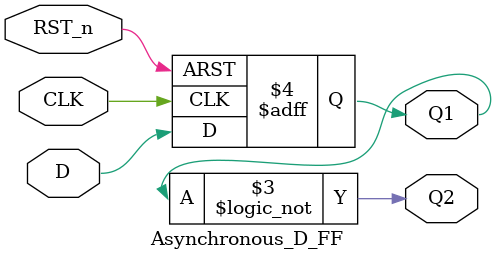
<source format=v>
`timescale 1ns / 1ps


module Asynchronous_D_FF(
    input CLK, //Ê±ÖÓÐÅºÅ£¬ÉÏÉýÑØÓÐÐ§
    input D, //ÊäÈëÐÅºÅ D
    input RST_n, //¸´Î»ÐÅºÅ£¬µÍµçÆ½ÓÐÐ§
    output reg Q1, //Êä³öÐÅºÅ Q
    output Q2//Êä³öÐÅºÅ
);
    always@(negedge RST_n,posedge CLK)
    begin    
        if(!RST_n)
           begin
            Q1<=0;
            end
        else
            begin
            Q1<=D;
            end 
    end    
    assign Q2=!Q1;    
endmodule
</source>
